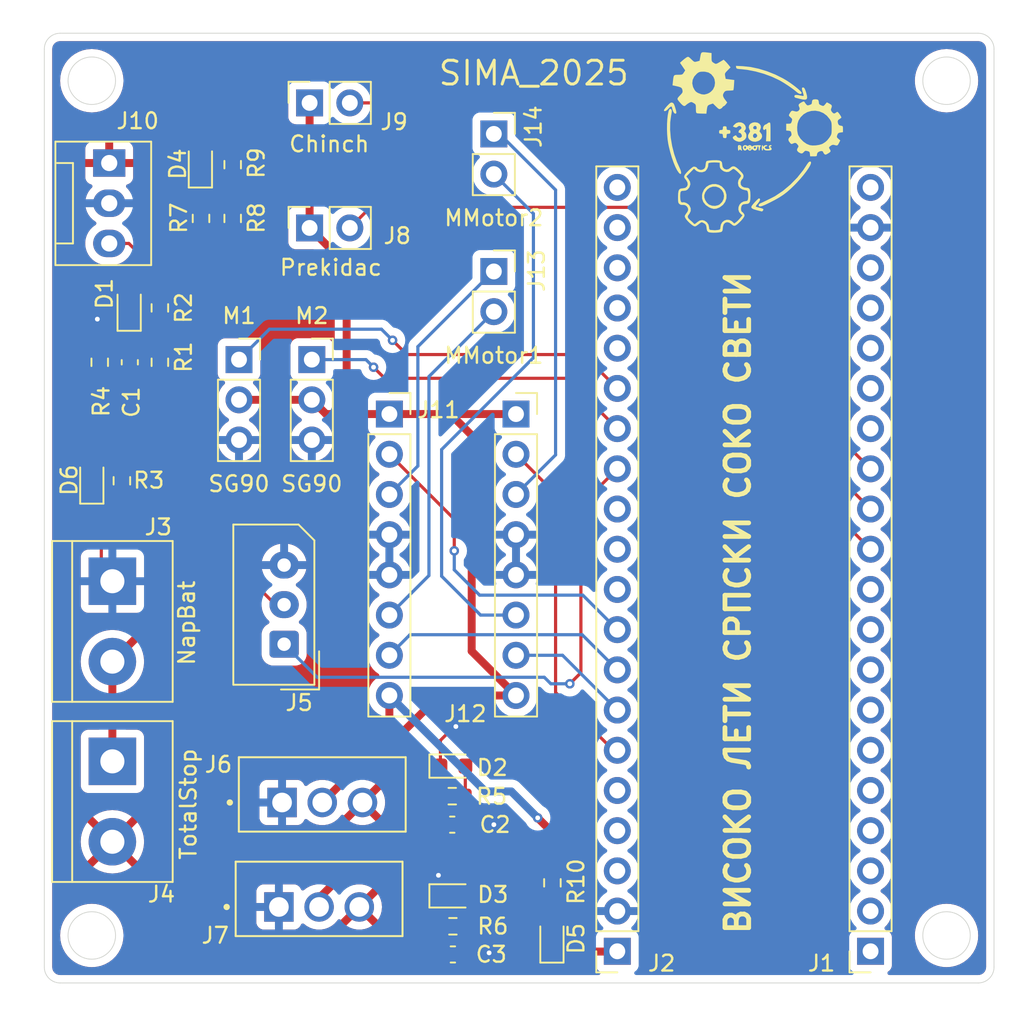
<source format=kicad_pcb>
(kicad_pcb (version 20240108) (generator "pcbnew") (generator_version "8.0")
  (layers (0 "F.Cu" signal) (31 "B.Cu" signal) (34 "B.Paste" user) (35 "F.Paste" user) (36 "B.SilkS" user "B.Silkscreen") (37 "F.SilkS" user "F.Silkscreen") (38 "B.Mask" user) (39 "F.Mask" user) (44 "Edge.Cuts" user))
  (net 0 "")
  (net 1 "Net-(D1-A)")
  (net 2 "Net-(D2-A)")
  (net 3 "5VMC_1")
  (net 4 "Net-(J5-Pin_2)")
  (net 5 "Net-(D4-A)")
  (net 6 "Vbat")
  (net 7 "GND")
  (net 8 "PA2")
  (net 9 "5VMC_2")
  (net 10 "PB8")
  (net 11 "PA8")
  (net 12 "PB7")
  (net 13 "PB5")
  (net 14 "Net-(D3-A)")
  (net 15 "PB13")
  (net 16 "PB6")
  (net 17 "PA12")
  (net 18 "PB14")
  (net 19 "PB4")
  (net 20 "PA15")
  (net 21 "PA10")
  (net 22 "PB9")
  (net 23 "PA11")
  (net 24 "PB12")
  (net 25 "PB3")
  (net 26 "PA9")
  (net 27 "PB15")
  (net 28 "PB0")
  (net 29 "PB2")
  (net 30 "PA0")
  (net 31 "PB1")
  (net 32 "PA5")
  (net 33 "NRST")
  (net 34 "PA4")
  (net 35 "VB")
  (net 36 "PC14")
  (net 37 "PC15")
  (net 38 "PA1")
  (net 39 "PA7")
  (net 40 "PC13")
  (net 41 "PA3")
  (net 42 "PB10")
  (net 43 "PA6")
  (net 44 "5V_2")
  (net 45 "3V3_2")
  (net 46 "3V3_1")
  (net 47 "Net-(J12-Pin_6)")
  (net 48 "5V_1")
  (net 49 "Net-(D5-A)")
  (net 50 "Net-(J12-Pin_3)")
  (net 51 "Net-(D6-A)")
  (net 52 "Net-(J10-Pin_3)")
  (net 53 "Net-(J11-Pin_6)")
  (net 54 "Net-(J11-Pin_3)")
  (net 55 "Vin")
  (footprint "Connector_PinSocket_2.54mm:PinSocket_1x08_P2.54mm_Vertical" (layer "F.Cu") (at 159.8 104.06)
    (property "Reference" "J12" (at -3.2 18.94 0) (layer "F.SilkS"))
    (property "Value" "L293D-D" (hide yes))
    (pad "1" thru_hole rect (at 0 0) (size 1.7 1.7) (drill 1) (layers "*.Cu" "*.Mask") (net 48 "5V_1"))
    (pad "2" thru_hole oval (at 0 2.54) (size 1.7 1.7) (drill 1) (layers "*.Cu" "*.Mask") (net 31 "PB1"))
    (pad "3" thru_hole oval (at 0 5.08) (size 1.7 1.7) (drill 1) (layers "*.Cu" "*.Mask") (net 50 "Net-(J12-Pin_3)"))
    (pad "4" thru_hole oval (at 0 7.62) (size 1.7 1.7) (drill 1) (layers "*.Cu" "*.Mask") (net 7 "GND"))
    (pad "5" thru_hole oval (at 0 10.16) (size 1.7 1.7) (drill 1) (layers "*.Cu" "*.Mask") (net 7 "GND"))
    (pad "6" thru_hole oval (at 0 12.7) (size 1.7 1.7) (drill 1) (layers "*.Cu" "*.Mask") (net 47 "Net-(J12-Pin_6)"))
    (pad "7" thru_hole oval (at 0 15.24) (size 1.7 1.7) (drill 1) (layers "*.Cu" "*.Mask") (net 28 "PB0"))
    (pad "8" thru_hole oval (at 0 17.78) (size 1.7 1.7) (drill 1) (layers "*.Cu" "*.Mask") (net 48 "5V_1"))
  )
  (footprint "TerminalBlock:TerminalBlock_bornier-2_P5.08mm" (layer "F.Cu") (at 134.3 126 -90)
    (property "Reference" "J4" (at 8.4 -3.1 0) (layer "F.SilkS"))
    (property "Value" "TotalStop" (at 2.7 -4.8 90) (layer "F.SilkS"))
    (pad "1" thru_hole rect (at 0 0 270) (size 3 3) (drill 1.52) (layers "*.Cu" "*.Mask") (net 55 "Vin"))
    (pad "2" thru_hole circle (at 5.08 0 270) (size 3 3) (drill 1.52) (layers "*.Cu" "*.Mask") (net 6 "Vbat"))
  )
  (footprint "Connector_PinSocket_2.54mm:PinSocket_1x03_P2.54mm_Vertical" (layer "F.Cu") (at 146.9 100.62)
    (property "Reference" "M2" (at 0 -2.77 0) (layer "F.SilkS"))
    (property "Value" "SG90" (at 0 7.85 0) (layer "F.SilkS"))
    (pad "1" thru_hole rect (at 0 0) (size 1.7 1.7) (drill 1) (layers "*.Cu" "*.Mask") (net 38 "PA1"))
    (pad "2" thru_hole oval (at 0 2.54) (size 1.7 1.7) (drill 1) (layers "*.Cu" "*.Mask") (net 48 "5V_1"))
    (pad "3" thru_hole oval (at 0 5.08) (size 1.7 1.7) (drill 1) (layers "*.Cu" "*.Mask") (net 7 "GND"))
  )
  (footprint "LM1084 regulator:LM1084-5" (layer "F.Cu") (at 147.38 139.29)
    (property "Reference" "J7" (at -6.58 -2.29 0) (layer "F.SilkS"))
    (property "Value" "Buck 5V")
    (pad "1" thru_hole rect (at -2.56 -4.09) (size 1.86 1.86) (drill 1.24) (layers "*.Cu" "*.Mask") (net 7 "GND"))
    (pad "2" thru_hole circle (at -0.02 -4.09) (size 1.86 1.86) (drill 1.24) (layers "*.Cu" "*.Mask") (net 48 "5V_1"))
    (pad "3" thru_hole circle (at 2.52 -4.09) (size 1.86 1.86) (drill 1.24) (layers "*.Cu" "*.Mask") (net 6 "Vbat"))
  )
  (footprint "Connector_PinSocket_2.54mm:PinSocket_1x02_P2.54mm_Vertical" (layer "F.Cu") (at 158.4 86.36)
    (property "Reference" "J14" (at 2.5 -0.46 90) (layer "F.SilkS"))
    (property "Value" "MMotor2" (at 0 5.31 0) (layer "F.SilkS"))
    (pad "1" thru_hole rect (at 0 0) (size 1.7 1.7) (drill 1) (layers "*.Cu" "*.Mask") (net 50 "Net-(J12-Pin_3)"))
    (pad "2" thru_hole oval (at 0 2.54) (size 1.7 1.7) (drill 1) (layers "*.Cu" "*.Mask") (net 47 "Net-(J12-Pin_6)"))
  )
  (footprint "Resistor_SMD:R_0603_1608Metric" (layer "F.Cu") (at 141.9 91.7 90)
    (property "Reference" "R8" (at 0.025 1.5 90) (layer "F.SilkS"))
    (property "Value" "4k7" (hide yes))
    (pad "1" smd roundrect (at -0.825 0 90) (size 0.8 0.95) (layers "F.Cu" "F.Paste" "F.Mask") (net 52 "Net-(J10-Pin_3)"))
    (pad "2" smd roundrect (at 0.825 0 90) (size 0.8 0.95) (layers "F.Cu" "F.Paste" "F.Mask") (net 13 "PB5"))
  )
  (footprint "Resistor_SMD:R_0603_1608Metric" (layer "F.Cu") (at 133.5 100.7875 -90)
    (property "Reference" "R4" (at 2.475 -0.1 90) (layer "F.SilkS"))
    (property "Value" "2k" (hide yes))
    (pad "1" smd roundrect (at -0.825 0 270) (size 0.8 0.95) (layers "F.Cu" "F.Paste" "F.Mask") (net 7 "GND"))
    (pad "2" smd roundrect (at 0.825 0 270) (size 0.8 0.95) (layers "F.Cu" "F.Paste" "F.Mask") (net 4 "Net-(J5-Pin_2)"))
  )
  (footprint "sima:logo 15x15" (layer "F.Cu") (at 174.413651 86.826331)
    (property "Reference" "G***" (hide yes))
    (property "Value" "LOGO" (hide yes))
  )
  (footprint "Diode_SMD:D_0603_1608Metric" (layer "F.Cu") (at 139.86 88.2625 90)
    (property "Reference" "D4" (at 0 -1.43 90) (layer "F.SilkS"))
    (property "Value" "0603" (hide yes))
    (pad "1" smd roundrect (at -0.7875 0 90) (size 0.875 0.95) (layers "F.Cu" "F.Paste" "F.Mask") (net 7 "GND"))
    (pad "2" smd roundrect (at 0.7875 0 90) (size 0.875 0.95) (layers "F.Cu" "F.Paste" "F.Mask") (net 5 "Net-(D4-A)"))
  )
  (footprint "Resistor_SMD:R_0603_1608Metric" (layer "F.Cu") (at 139.9 91.7 -90)
    (property "Reference" "R7" (at -0.025 1.4 90) (layer "F.SilkS"))
    (property "Value" "2k2" (hide yes))
    (pad "1" smd roundrect (at -0.825 0 270) (size 0.8 0.95) (layers "F.Cu" "F.Paste" "F.Mask") (net 13 "PB5"))
    (pad "2" smd roundrect (at 0.825 0 270) (size 0.8 0.95) (layers "F.Cu" "F.Paste" "F.Mask") (net 7 "GND"))
  )
  (footprint "Diode_SMD:D_0603_1608Metric" (layer "F.Cu") (at 155.8125 126.3)
    (property "Reference" "D2" (at 2.4875 0.1 0) (layer "F.SilkS"))
    (property "Value" "0603" (hide yes))
    (pad "1" smd roundrect (at -0.7875 0) (size 0.875 0.95) (layers "F.Cu" "F.Paste" "F.Mask") (net 7 "GND"))
    (pad "2" smd roundrect (at 0.7875 0) (size 0.875 0.95) (layers "F.Cu" "F.Paste" "F.Mask") (net 2 "Net-(D2-A)"))
  )
  (footprint "Connector_PinSocket_2.54mm:PinSocket_1x02_P2.54mm_Vertical" (layer "F.Cu") (at 158.4 95.05)
    (property "Reference" "J13" (at 2.7 -0.05 90) (layer "F.SilkS"))
    (property "Value" "MMotor1" (at 0 5.31 0) (layer "F.SilkS"))
    (pad "1" thru_hole rect (at 0 0) (size 1.7 1.7) (drill 1) (layers "*.Cu" "*.Mask") (net 54 "Net-(J11-Pin_3)"))
    (pad "2" thru_hole oval (at 0 2.54) (size 1.7 1.7) (drill 1) (layers "*.Cu" "*.Mask") (net 53 "Net-(J11-Pin_6)"))
  )
  (footprint "Diode_SMD:D_0603_1608Metric" (layer "F.Cu") (at 155.8125 134.5)
    (property "Reference" "D3" (at 2.525 -0.08 0) (layer "F.SilkS"))
    (property "Value" "0603" (hide yes))
    (pad "1" smd roundrect (at -0.7875 0) (size 0.875 0.95) (layers "F.Cu" "F.Paste" "F.Mask") (net 7 "GND"))
    (pad "2" smd roundrect (at 0.7875 0) (size 0.875 0.95) (layers "F.Cu" "F.Paste" "F.Mask") (net 14 "Net-(D3-A)"))
  )
  (footprint "Resistor_SMD:R_0603_1608Metric" (layer "F.Cu") (at 155.7725 128.2)
    (property "Reference" "R5" (at 2.4875 0.02 0) (layer "F.SilkS"))
    (property "Value" "330R" (hide yes))
    (pad "1" smd roundrect (at -0.825 0) (size 0.8 0.95) (layers "F.Cu" "F.Paste" "F.Mask") (net 44 "5V_2"))
    (pad "2" smd roundrect (at 0.825 0) (size 0.8 0.95) (layers "F.Cu" "F.Paste" "F.Mask") (net 2 "Net-(D2-A)"))
  )
  (footprint "Connector_PinSocket_2.54mm:PinSocket_1x02_P2.54mm_Vertical" (layer "F.Cu") (at 146.76 92.3 90)
    (property "Reference" "J8" (at -0.5 5.54 180) (layer "F.SilkS"))
    (property "Value" "Prekidac" (at -2.5 1.34 180) (layer "F.SilkS"))
    (pad "1" thru_hole rect (at 0 0 90) (size 1.7 1.7) (drill 1) (layers "*.Cu" "*.Mask") (net 48 "5V_1"))
    (pad "2" thru_hole oval (at 0 2.54 90) (size 1.7 1.7) (drill 1) (layers "*.Cu" "*.Mask") (net 25 "PB3"))
  )
  (footprint "Connector_PinSocket_2.54mm:PinSocket_1x20_P2.54mm_Vertical" (layer "F.Cu") (at 166.2 138 180)
    (property "Reference" "J2" (at -2.8 -0.76 0) (layer "F.SilkS"))
    (property "Value" "STM32-D")
    (pad "1" thru_hole rect (at 0 0 180) (size 1.7 1.7) (drill 1) (layers "*.Cu" "*.Mask") (net 3 "5VMC_1"))
    (pad "2" thru_hole oval (at 0 2.54 180) (size 1.7 1.7) (drill 1) (layers "*.Cu" "*.Mask") (net 7 "GND"))
    (pad "3" thru_hole oval (at 0 5.08 180) (size 1.7 1.7) (drill 1) (layers "*.Cu" "*.Mask") (net 46 "3V3_1"))
    (pad "4" thru_hole oval (at 0 7.62 180) (size 1.7 1.7) (drill 1) (layers "*.Cu" "*.Mask") (net 42 "PB10"))
    (pad "5" thru_hole oval (at 0 10.16 180) (size 1.7 1.7) (drill 1) (layers "*.Cu" "*.Mask") (net 29 "PB2"))
    (pad "6" thru_hole oval (at 0 12.7 180) (size 1.7 1.7) (drill 1) (layers "*.Cu" "*.Mask") (net 31 "PB1"))
    (pad "7" thru_hole oval (at 0 15.24 180) (size 1.7 1.7) (drill 1) (layers "*.Cu" "*.Mask") (net 28 "PB0"))
    (pad "8" thru_hole oval (at 0 17.78 180) (size 1.7 1.7) (drill 1) (layers "*.Cu" "*.Mask") (net 39 "PA7"))
    (pad "9" thru_hole oval (at 0 20.32 180) (size 1.7 1.7) (drill 1) (layers "*.Cu" "*.Mask") (net 43 "PA6"))
    (pad "10" thru_hole oval (at 0 22.86 180) (size 1.7 1.7) (drill 1) (layers "*.Cu" "*.Mask") (net 32 "PA5"))
    (pad "11" thru_hole oval (at 0 25.4 180) (size 1.7 1.7) (drill 1) (layers "*.Cu" "*.Mask") (net 34 "PA4"))
    (pad "12" thru_hole oval (at 0 27.94 180) (size 1.7 1.7) (drill 1) (layers "*.Cu" "*.Mask") (net 41 "PA3"))
    (pad "13" thru_hole oval (at 0 30.48 180) (size 1.7 1.7) (drill 1) (layers "*.Cu" "*.Mask") (net 8 "PA2"))
    (pad "14" thru_hole oval (at 0 33.02 180) (size 1.7 1.7) (drill 1) (layers "*.Cu" "*.Mask") (net 38 "PA1"))
    (pad "15" thru_hole oval (at 0 35.56 180) (size 1.7 1.7) (drill 1) (layers "*.Cu" "*.Mask") (net 30 "PA0"))
    (pad "16" thru_hole oval (at 0 38.1 180) (size 1.7 1.7) (drill 1) (layers "*.Cu" "*.Mask") (net 33 "NRST"))
    (pad "17" thru_hole oval (at 0 40.64 180) (size 1.7 1.7) (drill 1) (layers "*.Cu" "*.Mask") (net 37 "PC15"))
    (pad "18" thru_hole oval (at 0 43.18 180) (size 1.7 1.7) (drill 1) (layers "*.Cu" "*.Mask") (net 36 "PC14"))
    (pad "19" thru_hole oval (at 0 45.72 180) (size 1.7 1.7) (drill 1) (layers "*.Cu" "*.Mask") (net 40 "PC13"))
    (pad "20" thru_hole oval (at 0 48.26 180) (size 1.7 1.7) (drill 1) (layers "*.Cu" "*.Mask") (net 35 "VB"))
  )
  (footprint "Diode_SMD:D_0603_1608Metric" (layer "F.Cu") (at 135.36 97.3125 90)
    (property "Reference" "D1" (at 0.86 -1.56 90) (layer "F.SilkS"))
    (property "Value" "LED" (hide yes))
    (pad "1" smd roundrect (at -0.7875 0 90) (size 0.875 0.95) (layers "F.Cu" "F.Paste" "F.Mask") (net 7 "GND"))
    (pad "2" smd roundrect (at 0.7875 0 90) (size 0.875 0.95) (layers "F.Cu" "F.Paste" "F.Mask") (net 1 "Net-(D1-A)"))
  )
  (footprint "TerminalBlock:TerminalBlock_bornier-2_P5.08mm" (layer "F.Cu") (at 134.3 114.62 -90)
    (property "Reference" "J3" (at -3.42 -2.9 0) (layer "F.SilkS"))
    (property "Value" "NapBat" (at 2.64 -4.7 90) (layer "F.SilkS"))
    (pad "1" thru_hole rect (at 0 0 270) (size 3 3) (drill 1.52) (layers "*.Cu" "*.Mask") (net 7 "GND"))
    (pad "2" thru_hole circle (at 5.08 0 270) (size 3 3) (drill 1.52) (layers "*.Cu" "*.Mask") (net 55 "Vin"))
  )
  (footprint "Resistor_SMD:R_0603_1608Metric" (layer "F.Cu") (at 137.3 97.3525 90)
    (property "Reference" "R2" (at 0 1.5 90) (layer "F.SilkS"))
    (property "Value" "600R" (hide yes))
    (pad "1" smd roundrect (at -0.825 0 90) (size 0.8 0.95) (layers "F.Cu" "F.Paste" "F.Mask") (net 6 "Vbat"))
    (pad "2" smd roundrect (at 0.825 0 90) (size 0.8 0.95) (layers "F.Cu" "F.Paste" "F.Mask") (net 1 "Net-(D1-A)"))
  )
  (footprint "Connector_PinSocket_2.54mm:PinSocket_1x08_P2.54mm_Vertical" (layer "F.Cu") (at 151.8 104.06)
    (property "Reference" "J11" (at 3.1 -0.26 0) (layer "F.SilkS"))
    (property "Value" "L293D-L" (hide yes))
    (pad "1" thru_hole rect (at 0 0) (size 1.7 1.7) (drill 1) (layers "*.Cu" "*.Mask") (net 48 "5V_1"))
    (pad "2" thru_hole oval (at 0 2.54) (size 1.7 1.7) (drill 1) (layers "*.Cu" "*.Mask") (net 43 "PA6"))
    (pad "3" thru_hole oval (at 0 5.08) (size 1.7 1.7) (drill 1) (layers "*.Cu" "*.Mask") (net 54 "Net-(J11-Pin_3)"))
    (pad "4" thru_hole oval (at 0 7.62) (size 1.7 1.7) (drill 1) (layers "*.Cu" "*.Mask") (net 7 "GND"))
    (pad "5" thru_hole oval (at 0 10.16) (size 1.7 1.7) (drill 1) (layers "*.Cu" "*.Mask") (net 7 "GND"))
    (pad "6" thru_hole oval (at 0 12.7) (size 1.7 1.7) (drill 1) (layers "*.Cu" "*.Mask") (net 53 "Net-(J11-Pin_6)"))
    (pad "7" thru_hole oval (at 0 15.24) (size 1.7 1.7) (drill 1) (layers "*.Cu" "*.Mask") (net 39 "PA7"))
    (pad "8" thru_hole oval (at 0 17.78) (size 1.7 1.7) (drill 1) (layers "*.Cu" "*.Mask") (net 44 "5V_2"))
  )
  (footprint "Resistor_SMD:R_0603_1608Metric" (layer "F.Cu") (at 141.9 88.3025 90)
    (property "Reference" "R9" (at 0.1 1.5 90) (layer "F.SilkS"))
    (property "Value" "100R" (hide yes))
    (pad "1" smd roundrect (at -0.825 0 90) (size 0.8 0.95) (layers "F.Cu" "F.Paste" "F.Mask") (net 13 "PB5"))
    (pad "2" smd roundrect (at 0.825 0 90) (size 0.8 0.95) (layers "F.Cu" "F.Paste" "F.Mask") (net 5 "Net-(D4-A)"))
  )
  (footprint "Connector_Molex:Molex_SPOX_5267-03A_1x03_P2.50mm_Vertical" (layer "F.Cu") (at 145.15 118.6 90)
    (property "Reference" "J5" (at -3.7 0.95 180) (layer "F.SilkS"))
    (property "Value" "AX_con")
    (pad "1" thru_hole roundrect (at 0 0 90) (size 1.7 1.85) (drill 0.85) (layers "*.Cu" "*.Mask") (roundrect_rratio 0.147059) (net 8 "PA2"))
    (pad "2" thru_hole oval (at 2.5 0 90) (size 1.7 1.85) (drill 0.85) (layers "*.Cu" "*.Mask") (net 4 "Net-(J5-Pin_2)"))
    (pad "3" thru_hole oval (at 5 0 90) (size 1.7 1.85) (drill 0.85) (layers "*.Cu" "*.Mask") (net 7 "GND"))
  )
  (footprint "LM1084 regulator:LM1084-5" (layer "F.Cu") (at 147.58 132.69)
    (property "Reference" "J6" (at -6.58 -6.49 0) (layer "F.SilkS"))
    (property "Value" "Buck 5V")
    (pad "1" thru_hole rect (at -2.56 -4.09) (size 1.86 1.86) (drill 1.24) (layers "*.Cu" "*.Mask") (net 7 "GND"))
    (pad "2" thru_hole circle (at -0.02 -4.09) (size 1.86 1.86) (drill 1.24) (layers "*.Cu" "*.Mask") (net 44 "5V_2"))
    (pad "3" thru_hole circle (at 2.52 -4.09) (size 1.86 1.86) (drill 1.24) (layers "*.Cu" "*.Mask") (net 6 "Vbat"))
  )
  (footprint "Resistor_SMD:R_0603_1608Metric" (layer "F.Cu") (at 137.3 100.7875 90)
    (property "Reference" "R1" (at 0.325 1.5 90) (layer "F.SilkS"))
    (property "Value" "100R" (hide yes))
    (pad "1" smd roundrect (at -0.825 0 90) (size 0.8 0.95) (layers "F.Cu" "F.Paste" "F.Mask") (net 4 "Net-(J5-Pin_2)"))
    (pad "2" smd roundrect (at 0.825 0 90) (size 0.8 0.95) (layers "F.Cu" "F.Paste" "F.Mask") (net 6 "Vbat"))
  )
  (footprint "Capacitor_SMD:C_0603_1608Metric" (layer "F.Cu") (at 155.7725 130)
    (property "Reference" "C2" (at 2.7 0 360) (layer "F.SilkS"))
    (property "Value" "100nF" (hide yes))
    (pad "1" smd roundrect (at -0.775 0) (size 0.9 0.95) (layers "F.Cu" "F.Paste" "F.Mask") (net 44 "5V_2"))
    (pad "2" smd roundrect (at 0.775 0) (size 0.9 0.95) (layers "F.Cu" "F.Paste" "F.Mask") (net 7 "GND"))
  )
  (footprint "Connector_PinSocket_2.54mm:PinSocket_1x03_P2.54mm_Vertical" (layer "F.Cu") (at 142.3 100.62)
    (property "Reference" "M1" (at 0 -2.77 0) (layer "F.SilkS"))
    (property "Value" "SG90" (at 0 7.85 0) (layer "F.SilkS"))
    (pad "1" thru_hole rect (at 0 0) (size 1.7 1.7) (drill 1) (layers "*.Cu" "*.Mask") (net 30 "PA0"))
    (pad "2" thru_hole oval (at 0 2.54) (size 1.7 1.7) (drill 1) (layers "*.Cu" "*.Mask") (net 48 "5V_1"))
    (pad "3" thru_hole oval (at 0 5.08) (size 1.7 1.7) (drill 1) (layers "*.Cu" "*.Mask") (net 7 "GND"))
  )
  (footprint "Connector:FanPinHeader_1x03_P2.54mm_Vertical" (layer "F.Cu") (at 134.1 88.2 -90)
    (property "Reference" "J10" (at -2.66 -1.8 180) (layer "F.SilkS"))
    (property "Value" "IR senzor")
    (pad "1" thru_hole rect (at 0 0) (size 2.03 1.73) (drill 1.02) (layers "*.Cu" "*.Mask") (net 6 "Vbat"))
    (pad "2" thru_hole oval (at 2.54 0) (size 2.03 1.73) (drill 1.02) (layers "*.Cu" "*.Mask") (net 7 "GND"))
    (pad "3" thru_hole oval (at 5.08 0) (size 2.03 1.73) (drill 1.02) (layers "*.Cu" "*.Mask") (net 52 "Net-(J10-Pin_3)"))
  )
  (footprint "Diode_SMD:D_0603_1608Metric" (layer "F.Cu") (at 133 108.235 90)
    (property "Reference" "D6" (at 0 -1.43 90) (layer "F.SilkS"))
    (property "Value" "LED" (hide yes))
    (pad "1" smd roundrect (at -0.7875 0 90) (size 0.875 0.95) (layers "F.Cu" "F.Paste" "F.Mask") (net 7 "GND"))
    (pad "2" smd roundrect (at 0.7875 0 90) (size 0.875 0.95) (layers "F.Cu" "F.Paste" "F.Mask") (net 51 "Net-(D6-A)"))
  )
  (footprint "Capacitor_SMD:C_0603_1608Metric" (layer "F.Cu") (at 155.8125 138.2)
    (property "Reference" "C3" (at 2.425 0 0) (layer "F.SilkS"))
    (property "Value" "100nF" (hide yes))
    (pad "1" smd roundrect (at -0.775 0) (size 0.9 0.95) (layers "F.Cu" "F.Paste" "F.Mask") (net 48 "5V_1"))
    (pad "2" smd roundrect (at 0.775 0) (size 0.9 0.95) (layers "F.Cu" "F.Paste" "F.Mask") (net 7 "GND"))
  )
  (footprint "Resistor_SMD:R_0603_1608Metric" (layer "F.Cu") (at 134.9 108.275 90)
    (property "Reference" "R3" (at 0.025 1.7 0) (layer "F.SilkS"))
    (property "Value" "600R" (hide yes))
    (pad "1" smd roundrect (at -0.825 0 90) (size 0.8 0.95) (layers "F.Cu" "F.Paste" "F.Mask") (net 55 "Vin"))
    (pad "2" smd roundrect (at 0.825 0 90) (size 0.8 0.95) (layers "F.Cu" "F.Paste" "F.Mask") (net 51 "Net-(D6-A)"))
  )
  (footprint "Connector_PinSocket_2.54mm:PinSocket_1x02_P2.54mm_Vertical" (layer "F.Cu") (at 146.76 84.4 90)
    (property "Reference" "J9" (at -1.2 5.34 180) (layer "F.SilkS"))
    (property "Value" "Chinch" (at -2.6 1.24 180) (layer "F.SilkS"))
    (pad "1" thru_hole rect (at 0 0 90) (size 1.7 1.7) (drill 1) (layers "*.Cu" "*.Mask") (net 48 "5V_1"))
    (pad "2" thru_hole oval (at 0 2.54 90) (size 1.7 1.7) (drill 1) (layers "*.Cu" "*.Mask") (net 19 "PB4"))
  )
  (footprint "Resistor_SMD:R_0603_1608Metric" (layer "F.Cu") (at 155.8125 136.42)
    (property "Reference" "R6" (at 2.525 0 0) (layer "F.SilkS"))
    (property "Value" "330R" (hide yes))
    (pad "1" smd roundrect (at -0.825 0) (size 0.8 0.95) (layers "F.Cu" "F.Paste" "F.Mask") (net 48 "5V_1"))
    (pad "2" smd roundrect (at 0.825 0) (size 0.8 0.95) (layers "F.Cu" "F.Paste" "F.Mask") (net 14 "Net-(D3-A)"))
  )
  (footprint "Connector_PinSocket_2.54mm:PinSocket_1x20_P2.54mm_Vertical" (layer "F.Cu") (at 182.2 138 180)
    (property "Reference" "J1" (at 3.1 -0.76 0) (layer "F.SilkS"))
    (property "Value" "STM32-L")
    (pad "1" thru_hole rect (at 0 0 180) (size 1.7 1.7) (drill 1) (layers "*.Cu" "*.Mask") (net 24 "PB12"))
    (pad "2" thru_hole oval (at 0 2.54 180) (size 1.7 1.7) (drill 1) (layers "*.Cu" "*.Mask") (net 15 "PB13"))
    (pad "3" thru_hole oval (at 0 5.08 180) (size 1.7 1.7) (drill 1) (layers "*.Cu" "*.Mask") (net 18 "PB14"))
    (pad "4" thru_hole oval (at 0 7.62 180) (size 1.7 1.7) (drill 1) (layers "*.Cu" "*.Mask") (net 27 "PB15"))
    (pad "5" thru_hole oval (at 0 10.16 180) (size 1.7 1.7) (drill 1) (layers "*.Cu" "*.Mask") (net 11 "PA8"))
    (pad "6" thru_hole oval (at 0 12.7 180) (size 1.7 1.7) (drill 1) (layers "*.Cu" "*.Mask") (net 26 "PA9"))
    (pad "7" thru_hole oval (at 0 15.24 180) (size 1.7 1.7) (drill 1) (layers "*.Cu" "*.Mask") (net 21 "PA10"))
    (pad "8" thru_hole oval (at 0 17.78 180) (size 1.7 1.7) (drill 1) (layers "*.Cu" "*.Mask") (net 23 "PA11"))
    (pad "9" thru_hole oval (at 0 20.32 180) (size 1.7 1.7) (drill 1) (layers "*.Cu" "*.Mask") (net 17 "PA12"))
    (pad "10" thru_hole oval (at 0 22.86 180) (size 1.7 1.7) (drill 1) (layers "*.Cu" "*.Mask") (net 20 "PA15"))
    (pad "11" thru_hole oval (at 0 25.4 180) (size 1.7 1.7) (drill 1) (layers "*.Cu" "*.Mask") (net 25 "PB3"))
    (pad "12" thru_hole oval (at 0 27.94 180) (size 1.7 1.7) (drill 1) (layers "*.Cu" "*.Mask") (net 19 "PB4"))
    (pad "13" thru_hole oval (at 0 30.48 180) (size 1.7 1.7) (drill 1) (layers "*.Cu" "*.Mask") (net 13 "PB5"))
    (pad "14" thru_hole oval (at 0 33.02 180) (size 1.7 1.7) (drill 1) (layers "*.Cu" "*.Mask") (net 16 "PB6"))
    (pad "15" thru_hole oval (at 0 35.56 180) (size 1.7 1.7) (drill 1) (layers "*.Cu" "*.Mask") (net 12 "PB7"))
    (pad "16" thru_hole oval (at 0 38.1 180) (size 1.7 1.7) (drill 1) (layers "*.Cu" "*.Mask") (net 10 "PB8"))
    (pad "17" thru_hole oval (at 0 40.64 180) (size 1.7 1.7) (drill 1) (layers "*.Cu" "*.Mask") (net 22 "PB9"))
    (pad "18" thru_hole oval (at 0 43.18 180) (size 1.7 1.7) (drill 1) (layers "*.Cu" "*.Mask") (net 9 "5VMC_2"))
    (pad "19" thru_hole oval (at 0 45.72 180) (size 1.7 1.7) (drill 1) (layers "*.Cu" "*.Mask") (net 7 "GND"))
    (pad "20" thru_hole oval (at 0 48.26 180) (size 1.7 1.7) (drill 1) (layers "*.Cu" "*.Mask") (net 45 "3V3_2"))
  )
  (footprint "Diode_SMD:D_0603_1608Metric" (layer "F.Cu") (at 162.07 137.23 90)
    (property "Reference" "D5" (at 0.03 1.53 90) (layer "F.SilkS"))
    (property "Value" "0603" (hide yes))
    (pad "1" smd roundrect (at -0.7875 0 90) (size 0.875 0.95) (layers "F.Cu" "F.Paste" "F.Mask") (net 3 "5VMC_1"))
    (pad "2" smd roundrect (at 0.7875 0 90) (size 0.875 0.95) (layers "F.Cu" "F.Paste" "F.Mask") (net 49 "Net-(D5-A)"))
  )
  (footprint "Resistor_SMD:R_0603_1608Metric" (layer "F.Cu") (at 162.1 133.675 90)
    (property "Reference" "R10" (at 0.075 1.5 90) (layer "F.SilkS"))
    (property "Value" "250R" (hide yes))
    (pad "1" smd roundrect (at -0.825 0 90) (size 0.8 0.95) (layers "F.Cu" "F.Paste" "F.Mask") (net 49 "Net-(D5-A)"))
    (pad "2" smd roundrect (at 0.825 0 90) (size 0.8 0.95) (layers "F.Cu" "F.Paste" "F.Mask") (net 44 "5V_2"))
  )
  (footprint "Capacitor_SMD:C_0603_1608Metric" (layer "F.Cu") (at 135.4 100.7875 90)
    (property "Reference" "C1" (at -2.525 0.1 90) (layer "F.SilkS"))
    (property "Value" "100nF" (hide yes))
    (pad "1" smd roundrect (at -0.775 0 90) (size 0.9 0.95) (layers "F.Cu" "F.Paste" "F.Mask") (net 4 "Net-(J5-Pin_2)"))
    (pad "2" smd roundrect (at 0.775 0 90) (size 0.9 0.95) (layers "F.Cu" "F.Paste" "F.Mask") (net 7 "GND"))
  )
  (gr_circle (center 133 83) (end 134.5 83) (stroke (width 0.05)) (fill none) (layer "Edge.Cuts"))
  (gr_line (start 190 81) (end 190 139) (stroke (width 0.05)) (layer "Edge.Cuts"))
  (gr_arc (start 130 81) (mid 130.292893 80.292893) (end 131 80) (stroke (width 0.05)) (layer "Edge.Cuts"))
  (gr_circle (center 187 83) (end 188.5 83) (stroke (width 0.05)) (fill none) (layer "Edge.Cuts"))
  (gr_line (start 189 140) (end 131 140) (stroke (width 0.05)) (layer "Edge.Cuts"))
  (gr_arc (start 189 80) (mid 189.707107 80.292893) (end 190 81) (stroke (width 0.05)) (layer "Edge.Cuts"))
  (gr_line (start 130 139) (end 130 81) (stroke (width 0.05)) (layer "Edge.Cuts"))
  (gr_arc (start 190 139) (mid 189.707107 139.707107) (end 189 140) (stroke (width 0.05)) (layer "Edge.Cuts"))
  (gr_circle (center 187 137) (end 188.5 137) (stroke (width 0.05)) (fill none) (layer "Edge.Cuts"))
  (gr_circle (center 133 137) (end 134.5 137) (stroke (width 0.05)) (fill none) (layer "Edge.Cuts"))
  (gr_line (start 131 80) (end 189 80) (stroke (width 0.05)) (layer "Edge.Cuts"))
  (gr_arc (start 131 140) (mid 130.292893 139.707107) (end 130 139) (stroke (width 0.05)) (layer "Edge.Cuts"))
  (gr_text "SIMA_2025" (at 154.8 83.4 0) (layer "F.SilkS") (effects (font (size 1.5 1.5) (thickness 0.1875)) (justify left bottom)))
  (gr_text "ВИСОКО ЛЕТИ СРПСКИ СОКО СВЕТИ" (at 174.7 137.06 90) (layer "F.SilkS") (effects (font (size 1.5 1.5) (thickness 0.3) (bold yes)) (justify left bottom)))
  (segment (start 135.36 96.525) (end 137.2975 96.525) (width 0.2) (layer "F.Cu") (net 1))
  (segment (start 137.2975 96.525) (end 137.3 96.5275) (width 0.2) (layer "F.Cu") (net 1))
  (segment (start 156.5975 126.3025) (end 156.6 126.3) (width 0.2) (layer "F.Cu") (net 2))
  (segment (start 156.5975 128.2) (end 156.5975 126.3025) (width 0.2) (layer "F.Cu") (net 2))
  (segment (start 165.7825 138.0175) (end 165.8 138) (width 0.2) (layer "F.Cu") (net 3))
  (segment (start 166.1825 138.0175) (end 166.2 138) (width 0.2) (layer "F.Cu") (net 3))
  (segment (start 162.07 138.0175) (end 166.1825 138.0175) (width 0.5) (layer "F.Cu") (net 3))
  (segment (start 137.3 101.6125) (end 137.3 103.7) (width 0.2) (layer "F.Cu") (net 4))
  (segment (start 144.6 116.1) (end 145.15 116.1) (width 0.2) (layer "F.Cu") (net 4))
  (segment (start 137.3 103.7) (end 138 104.4) (width 0.2) (layer "F.Cu") (net 4))
  (segment (start 135.4 101.5625) (end 137.25 101.5625) (width 0.2) (layer "F.Cu") (net 4))
  (segment (start 137.25 101.5625) (end 137.3 101.6125) (width 0.2) (layer "F.Cu") (net 4))
  (segment (start 135.4 101.5625) (end 133.55 101.5625) (width 0.2) (layer "F.Cu") (net 4))
  (segment (start 138 109.5) (end 144.6 116.1) (width 0.2) (layer "F.Cu") (net 4))
  (segment (start 133.55 101.5625) (end 133.5 101.6125) (width 0.2) (layer "F.Cu") (net 4))
  (segment (start 138 104.4) (end 138 109.5) (width 0.2) (layer "F.Cu") (net 4))
  (segment (start 141.8975 87.475) (end 141.9 87.4775) (width 0.2) (layer "F.Cu") (net 5))
  (segment (start 139.86 87.475) (end 141.8975 87.475) (width 0.2) (layer "F.Cu") (net 5))
  (segment (start 133 111.1) (end 133.6 111.7) (width 0.2) (layer "F.Cu") (net 7))
  (segment (start 133.6 111.7) (end 133.6 113.92) (width 0.2) (layer "F.Cu") (net 7))
  (segment (start 138.5 89.4) (end 138.85 89.05) (width 0.2) (layer "F.Cu") (net 7))
  (segment (start 135.36 98.1) (end 133.3875 98.1) (width 0.2) (layer "F.Cu") (net 7))
  (segment (start 135.4 98.14) (end 135.36 98.1) (width 0.2) (layer "F.Cu") (net 7))
  (segment (start 156 123.7) (end 155.9 123.8) (width 0.2) (layer "F.Cu") (net 7))
  (segment (start 158 138.2) (end 158.1 138.1) (width 0.2) (layer "F.Cu") (net 7))
  (segment (start 138.5 90.3) (end 138.5 90.1) (width 0.2) (layer "F.Cu") (net 7))
  (segment (start 133.55 100.0125) (end 133.5 99.9625) (width 0.2) (layer "F.Cu") (net 7))
  (segment (start 155.9 123.8) (end 156 123.8) (width 0.2) (layer "F.Cu") (net 7))
  (segment (start 139.9 92.525) (end 138.825 92.525) (width 0.2) (layer "F.Cu") (net 7))
  (segment (start 155.025 124.675) (end 155.9 123.8) (width 0.2) (layer "F.Cu") (net 7))
  (segment (start 133 109.0225) (end 133 111.1) (width 0.2) (layer "F.Cu") (net 7))
  (segment (start 155.025 124.825) (end 155.025 124.675) (width 0.2) (layer "F.Cu") (net 7))
  (segment (start 138.825 92.525) (end 138.5 92.2) (width 0.2) (layer "F.Cu") (net 7))
  (segment (start 156.5875 138.2) (end 158 138.2) (width 0.2) (layer "F.Cu") (net 7))
  (segment (start 135.4 100.0125) (end 135.4 98.14) (width 0.2) (layer "F.Cu") (net 7))
  (segment (start 134.1 90.74) (end 138.06 90.74) (width 0.2) (layer "F.Cu") (net 7))
  (segment (start 138.85 89.05) (end 139.86 89.05) (width 0.2) (layer "F.Cu") (net 7))
  (segment (start 138.06 90.74) (end 138.5 90.3) (width 0.2) (layer "F.Cu") (net 7))
  (segment (start 138.5 90.1) (end 138.5 89.4) (width 0.2) (layer "F.Cu") (net 7))
  (segment (start 155.025 133.325) (end 154.9 133.2) (width 0.2) (layer "F.Cu") (net 7))
  (segment (start 156 123.8) (end 156 123.7) (width 0.2) (layer "F.Cu") (net 7))
  (segment (start 155.025 126.3) (end 155.025 124.825) (width 0.2) (layer "F.Cu") (net 7))
  (segment (start 133.35 98.0625) (end 133.3 98.0125) (width 0.2) (layer "F.Cu") (net 7))
  (segment (start 155.18 134.52) (end 155.2 134.5) (width 0.2) (layer "F.Cu") (net 7))
  (segment (start 156.5475 130) (end 158.4 130) (width 0.2) (layer "F.Cu") (net 7))
  (segment (start 155.025 134.5) (end 155.025 133.325) (width 0.2) (layer "F.Cu") (net 7))
  (segment (start 138.5 92.2) (end 138.5 90.3) (width 0.2) (layer "F.Cu") (net 7))
  (segment (start 133.3875 98.1) (end 133.35 98.0625) (width 0.2) (layer "F.Cu") (net 7))
  (segment (start 135.4 100.0125) (end 133.55 100.0125) (width 0.2) (layer "F.Cu") (net 7))
  (segment (start 133.6 113.92) (end 134.3 114.62) (width 0.2) (layer "F.Cu") (net 7))
  (via (at 158.4 130) (size 0.6) (drill 0.3) (layers "F.Cu" "B.Cu") (net 7))
  (via (at 158.1 138.1) (size 0.6) (drill 0.3) (layers "F.Cu" "B.Cu") (net 7))
  (via (at 133.35 98.0625) (size 0.6) (drill 0.3) (layers "F.Cu" "B.Cu") (net 7))
  (via (at 154.9 133.2) (size 0.6) (drill 0.3) (layers "F.Cu" "B.Cu") (net 7))
  (via (at 156 123.8) (size 0.6) (drill 0.3) (layers "F.Cu" "B.Cu") (net 7))
  (segment (start 163.9 120.4) (end 163.9 109.82) (width 0.2) (layer "F.Cu") (net 8))
  (segment (start 163.9 109.82) (end 166.2 107.52) (width 0.2) (layer "F.Cu") (net 8))
  (segment (start 163.2 121.1) (end 163.9 120.4) (width 0.2) (layer "F.Cu") (net 8))
  (via (at 163.2 121.1) (size 0.6) (drill 0.3) (layers "F.Cu" "B.Cu") (net 8))
  (segment (start 161.59 120.69) (end 147.24 120.69) (width 0.2) (layer "B.Cu") (net 8))
  (segment (start 147.24 120.69) (end 145.15 118.6) (width 0.2) (layer "B.Cu") (net 8))
  (segment (start 163.2 121.1) (end 162 121.1) (width 0.2) (layer "B.Cu") (net 8))
  (segment (start 162 121.1) (end 161.59 120.69) (width 0.2) (layer "B.Cu") (net 8))
  (segment (start 174.6 99.92) (end 182.2 107.52) (width 0.2) (layer "F.Cu") (net 13))
  (segment (start 143.8 84.1) (end 145.3 82.6) (width 0.2) (layer "F.Cu") (net 13))
  (segment (start 166.6 82.6) (end 174.6 90.6) (width 0.2) (layer "F.Cu") (net 13))
  (segment (start 174.6 90.6) (end 174.6 99.92) (width 0.2) (layer "F.Cu") (net 13))
  (segment (start 143.0725 89.1275) (end 143.8 88.4) (width 0.2) (layer "F.Cu") (net 13))
  (segment (start 145.3 82.6) (end 166.6 82.6) (width 0.2) (layer "F.Cu") (net 13))
  (segment (start 143.8 88.4) (end 143.8 84.1) (width 0.2) (layer "F.Cu") (net 13))
  (segment (start 141.9 89.1275) (end 143.0725 89.1275) (width 0.2) (layer "F.Cu") (net 13))
  (segment (start 141.9 90.875) (end 139.9 90.875) (width 0.2) (layer "F.Cu") (net 13))
  (segment (start 141.9 90.875) (end 141.9 89.1275) (width 0.2) (layer "F.Cu") (net 13))
  (segment (start 156.6375 134.5375) (end 156.6 134.5) (width 0.2) (layer "F.Cu") (net 14))
  (segment (start 156.6375 136.42) (end 156.6375 134.5375) (width 0.2) (layer "F.Cu") (net 14))
  (segment (start 173.1 92.1) (end 173.1 100.96) (width 0.2) (layer "F.Cu") (net 19))
  (segment (start 173.1 100.96) (end 182.2 110.06) (width 0.2) (layer "F.Cu") (net 19))
  (segment (start 165.4 84.4) (end 173.1 92.1) (width 0.2) (layer "F.Cu") (net 19))
  (segment (start 149.3 84.4) (end 165.4 84.4) (width 0.2) (layer "F.Cu") (net 19))
  (segment (start 171.5 93.4) (end 171.5 101.9) (width 0.2) (layer "F.Cu") (net 25))
  (segment (start 149.3 92.3) (end 150.6 91) (width 0.2) (layer "F.Cu") (net 25))
  (segment (start 150.6 91) (end 169.1 91) (width 0.2) (layer "F.Cu") (net 25))
  (segment (start 169.1 91) (end 171.5 93.4) (width 0.2) (layer "F.Cu") (net 25))
  (segment (start 171.5 101.9) (end 182.2 112.6) (width 0.2) (layer "F.Cu") (net 25))
  (segment (start 159.8 119.3) (end 162.74 119.3) (width 0.2) (layer "B.Cu") (net 28))
  (segment (start 165.76 122.76) (end 165.8 122.76) (width 0.2) (layer "B.Cu") (net 28))
  (segment (start 162.74 119.3) (end 166.2 122.76) (width 0.2) (layer "B.Cu") (net 28))
  (segment (start 152.9 100.3) (end 164.06 100.3) (width 0.2) (layer "F.Cu") (net 30))
  (segment (start 152 99.4) (end 152.9 100.3) (width 0.2) (layer "F.Cu") (net 30))
  (segment (start 164.06 100.3) (end 166.2 102.44) (width 0.2) (layer "F.Cu") (net 30))
  (via (at 152 99.4) (size 0.6) (drill 0.3) (layers "F.Cu" "B.Cu") (net 30))
  (segment (start 144.22 98.7) (end 142.3 100.62) (width 0.2) (layer "B.Cu") (net 30))
  (segment (start 152 99.4) (end 151.3 98.7) (width 0.2) (layer "B.Cu") (net 30))
  (segment (start 151.3 98.7) (end 144.22 98.7) (width 0.2) (layer "B.Cu") (net 30))
  (segment (start 165.951471 125.3) (end 166.2 125.3) (width 0.2) (layer "F.Cu") (net 31))
  (segment (start 162.3 109.1) (end 162.3 121.648529) (width 0.2) (layer "F.Cu") (net 31))
  (segment (start 165.8 125.3) (end 166.2 125.3) (width 0.2) (layer "F.Cu") (net 31))
  (segment (start 162.3 121.648529) (end 165.951471 125.3) (width 0.2) (layer "F.Cu") (net 31))
  (segment (start 159.8 106.6) (end 162.3 109.1) (width 0.2) (layer "F.Cu") (net 31))
  (segment (start 150.8 101.1) (end 151.5 101.8) (width 0.2) (layer "F.Cu") (net 38))
  (segment (start 151.5 101.8) (end 163.02 101.8) (width 0.2) (layer "F.Cu") (net 38))
  (segment (start 163.02 101.8) (end 166.2 104.98) (width 0.2) (layer "F.Cu") (net 38))
  (via (at 150.8 101.1) (size 0.6) (drill 0.3) (layers "F.Cu" "B.Cu") (net 38))
  (segment (start 150.8 101.1) (end 150.32 100.62) (width 0.2) (layer "B.Cu") (net 38))
  (segment (start 150.32 100.62) (end 146.9 100.62) (width 0.2) (layer "B.Cu") (net 38))
  (segment (start 163.98 118) (end 166.2 120.22) (width 0.2) (layer "B.Cu") (net 39))
  (segment (start 151.8 119.3) (end 153.1 118) (width 0.2) (layer "B.Cu") (net 39))
  (segment (start 153.1 118) (end 163.98 118) (width 0.2) (layer "B.Cu") (net 39))
  (segment (start 155.9 110.7) (end 151.8 106.6) (width 0.2) (layer "F.Cu") (net 43))
  (segment (start 155.9 112.7) (end 155.9 110.7) (width 0.2) (layer "F.Cu") (net 43))
  (via (at 155.9 112.7) (size 0.6) (drill 0.3) (layers "F.Cu" "B.Cu") (net 43))
  (segment (start 155.9 113.9) (end 157.5 115.5) (width 0.2) (layer "B.Cu") (net 43))
  (segment (start 155.9 112.7) (end 155.9 113.9) (width 0.2) (layer "B.Cu") (net 43))
  (segment (start 157.5 115.5) (end 164.02 115.5) (width 0.2) (layer "B.Cu") (net 43))
  (segment (start 164.02 115.5) (end 166.2 117.68) (width 0.2) (layer "B.Cu") (net 43))
  (segment (start 147.56 128.6) (end 151.8 124.36) (width 0.5) (layer "F.Cu") (net 44))
  (segment (start 162.1 131.2) (end 162.1 131.7) (width 0.5) (layer "F.Cu") (net 44))
  (segment (start 154.9975 130) (end 154.9975 130.8975) (width 0.5) (layer "F.Cu") (net 44))
  (segment (start 154.9975 130) (end 154.9975 128.25) (width 0.5) (layer "F.Cu") (net 44))
  (segment (start 154.9975 130.8975) (end 155.8 131.7) (width 0.5) (layer "F.Cu") (net 44))
  (segment (start 162.1 131.7) (end 162.1 132.85) (width 0.5) (layer "F.Cu") (net 44))
  (segment (start 160.9 131.7) (end 162.1 130.5) (width 0.5) (layer "F.Cu") (net 44))
  (segment (start 151.8 124.36) (end 151.8 121.84) (width 0.5) (layer "F.Cu") (net 44))
  (segment (start 162.1 130.5) (end 162.1 131.2) (width 0.5) (layer "F.Cu") (net 44))
  (segment (start 154.9975 128.25) (end 154.9475 128.2) (width 0.5) (layer "F.Cu") (net 44))
  (segment (start 161.17 129.57) (end 162.1 130.5) (width 0.5) (layer "F.Cu") (net 44))
  (segment (start 155.8 131.7) (end 160.9 131.7) (width 0.5) (layer "F.Cu") (net 44))
  (via (at 161.17 129.57) (size 0.6) (drill 0.3) (layers "F.Cu" "B.Cu") (net 44))
  (segment (start 157.86 127.9) (end 159.5 127.9) (width 0.5) (layer "B.Cu") (net 44))
  (segment (start 159.5 127.9) (end 161.17 129.57) (width 0.5) (layer "B.Cu") (net 44))
  (segment (start 151.8 121.84) (end 157.86 127.9) (width 0.5) (layer "B.Cu") (net 44))
  (segment (start 155.1 106.3) (end 160.9 100.5) (width 0.2) (layer "B.Cu") (net 47))
  (segment (start 159.8 116.76) (end 157.56 116.76) (width 0.2) (layer "B.Cu") (net 47))
  (segment (start 160.9 91.4) (end 158.4 88.9) (width 0.2) (layer "B.Cu") (net 47))
  (segment (start 160.9 100.5) (end 160.9 91.4) (width 0.2) (layer "B.Cu") (net 47))
  (segment (start 155.1 114.3) (end 155.1 106.3) (width 0.2) (layer "B.Cu") (net 47))
  (segment (start 157.56 116.76) (end 155.1 114.3) (width 0.2) (layer "B.Cu") (net 47))
  (segment (start 146.76 92.3) (end 149.1 94.64) (width 0.5) (layer "F.Cu") (net 48))
  (segment (start 152.6 124.2) (end 154.96 121.84) (width 0.5) (layer "F.Cu") (net 48))
  (segment (start 153.5 138.2) (end 152.6 137.3) (width 0.5) (layer "F.Cu") (net 48))
  (segment (start 152.6 133.5) (end 152.6 133.6) (width 0.5) (layer "F.Cu") (net 48))
  (segment (start 155.0375 138.2) (end 153.5 138.2) (width 0.5) (layer "F.Cu") (net 48))
  (segment (start 157 105.4) (end 155.66 104.06) (width 0.5) (layer "F.Cu") (net 48))
  (segment (start 159.8 121.84) (end 157 119.04) (width 0.5) (layer "F.Cu") (net 48))
  (segment (start 146.76 92.3) (end 146.76 84.4) (width 0.5) (layer "F.Cu") (net 48))
  (segment (start 147.36 134.64) (end 149.7 132.3) (width 0.5) (layer "F.Cu") (net 48))
  (segment (start 154.9875 136.42) (end 154.9875 138.15) (width 0.5) (layer "F.Cu") (net 48))
  (segment (start 149.3 104.06) (end 147.8 104.06) (width 0.5) (layer "F.Cu") (net 48))
  (segment (start 159.16 121.84) (end 159.8 121.84) (width 0.2) (layer "F.Cu") (net 48))
  (segment (start 152.6 133.6) (end 152.6 124.2) (width 0.5) (layer "F.Cu") (net 48))
  (segment (start 147.36 135.2) (end 147.36 134.64) (width 0.5) (layer "F.Cu") (net 48))
  (segment (start 157 119.04) (end 157 105.4) (width 0.5) (layer "F.Cu") (net 48))
  (segment (start 146.9 103.16) (end 142.3 103.16) (width 0.5) (layer "F.Cu") (net 48))
  (segment (start 151.8 104.06) (end 149.3 104.06) (width 0.5) (layer "F.Cu") (net 48))
  (segment (start 154.9875 138.15) (end 155.0375 138.2) (width 0.5) (layer "F.Cu") (net 48))
  (segment (start 149.1 103.16) (end 150 104.06) (width 0.5) (layer "F.Cu") (net 48))
  (segment (start 147.8 104.06) (end 146.9 103.16) (width 0.5) (layer "F.Cu") (net 48))
  (segment (start 150 104.06) (end 149.3 104.06) (width 0.2) (layer "F.Cu") (net 48))
  (segment (start 159.8 104.06) (end 153.9 104.06) (width 0.5) (layer "F.Cu") (net 48))
  (segment (start 155.66 104.06) (end 153.9 104.06) (width 0.2) (layer "F.Cu") (net 48))
  (segment (start 151.4 132.3) (end 152.6 133.5) (width 0.5) (layer "F.Cu") (net 48))
  (segment (start 154.96 121.84) (end 159.16 121.84) (width 0.5) (layer "F.Cu") (net 48))
  (segment (start 149.7 132.3) (end 151.4 132.3) (width 0.5) (layer "F.Cu") (net 48))
  (segment (start 152.6 137.3) (end 152.6 133.6) (width 0.5) (layer "F.Cu") (net 48))
  (segment (start 149.1 94.64) (end 149.1 103.16) (width 0.5) (layer "F.Cu") (net 48))
  (segment (start 153.9 104.06) (end 151.8 104.06) (width 0.5) (layer "F.Cu") (net 48))
  (segment (start 162.07 136.4425) (end 162.07 134.53) (width 0.5) (layer "F.Cu") (net 49))
  (segment (start 162.3 89.9) (end 158.76 86.36) (width 0.2) (layer "B.Cu") (net 50))
  (segment (start 162.3 106.64) (end 162.3 89.9) (width 0.2) (layer "B.Cu") (net 50))
  (segment (start 159.8 109.14) (end 162.3 106.64) (width 0.2) (layer "B.Cu") (net 50))
  (segment (start 158.76 86.36) (end 158.4 86.36) (width 0.2) (layer "B.Cu") (net 50))
  (segment (start 133.0025 107.45) (end 133 107.4475) (width 0.2) (layer "F.Cu") (net 51))
  (segment (start 134.9 107.45) (end 133.0025 107.45) (width 0.2) (layer "F.Cu") (net 51))
  (segment (start 141.9 92.525) (end 141.9 93.5) (width 0.2) (layer "F.Cu") (net 52))
  (segment (start 135.34 93.28) (end 134.1 93.28) (width 0.2) (layer "F.Cu") (net 52))
  (segment (start 135.86 93.8) (end 135.34 93.28) (width 0.2) (layer "F.Cu") (net 52))
  (segment (start 141.9 93.5) (end 141.6 93.8) (width 0.2) (layer "F.Cu") (net 52))
  (segment (start 141.6 93.8) (end 135.86 93.8) (width 0.2) (layer "F.Cu") (net 52))
  (segment (start 154.3 114.26) (end 154.3 101.69) (width 0.2) (layer "B.Cu") (net 53))
  (segment (start 151.8 116.76) (end 154.3 114.26) (width 0.2) (layer "B.Cu") (net 53))
  (segment (start 154.3 101.69) (end 158.4 97.59) (width 0.2) (layer "B.Cu") (net 53))
  (segment (start 153.6 107.34) (end 153.6 99.8) (width 0.2) (layer "B.Cu") (net 54))
  (segment (start 151.8 109.14) (end 153.6 107.34) (width 0.2) (layer "B.Cu") (net 54))
  (segment (start 153.6 99.8) (end 158.35 95.05) (width 0.2) (layer "B.Cu") (net 54))
  (segment (start 158.35 95.05) (end 158.4 95.05) (width 0.2) (layer "B.Cu") (net 54))
  (segment (start 134.9 110.8125) (end 136.8 112.7125) (width 0.5) (layer "F.Cu") (net 55))
  (segment (start 134.3 119.7) (end 134.3 126) (width 0.5) (layer "F.Cu") (net 55))
  (segment (start 136.8 117.2) (end 134.3 119.7) (width 0.5) (layer "F.Cu") (net 55))
  (segment (start 136.8 112.7125) (end 136.8 117.2) (width 0.5) (layer "F.Cu") (net 55))
  (segment (start 134.9 109.1) (end 134.9 110.8125) (width 0.5) (layer "F.Cu") (net 55))
  (zone (net 6) (net_name "Vbat") (layer "F.Cu") (priority 1) (connect_pads (clearance 0.5)) (min_thickness 0.25) (fill yes (thermal_gap 0.5) (thermal_bridge_width 0.5))
    (polygon (pts (xy 127.3 142.1) (xy 127.4 77.9) (xy 191.9 78) (xy 191.8 142.2)))
  )
  (zone (net 7) (net_name "GND") (layer "B.Cu") (connect_pads (clearance 0.5)) (min_thickness 0.25) (fill yes (thermal_gap 0.5) (thermal_bridge_width 0.5))
    (polygon (pts (xy 127.4 78.4) (xy 191.4 78.5) (xy 191.2 142.3) (xy 127.2 142.2)))
  )
)
</source>
